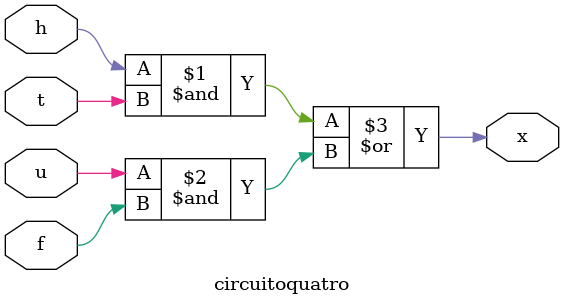
<source format=sv>
module circuitoquatro(
    //definindo entradas
    input logic h,
    input logic u,
    input logic t,
    input logic f,
    //definindo saída
    output logic x
);
    //definindo a expressão lógica da saída 
    assign x = (h & t)|(u & f);
endmodule
</source>
